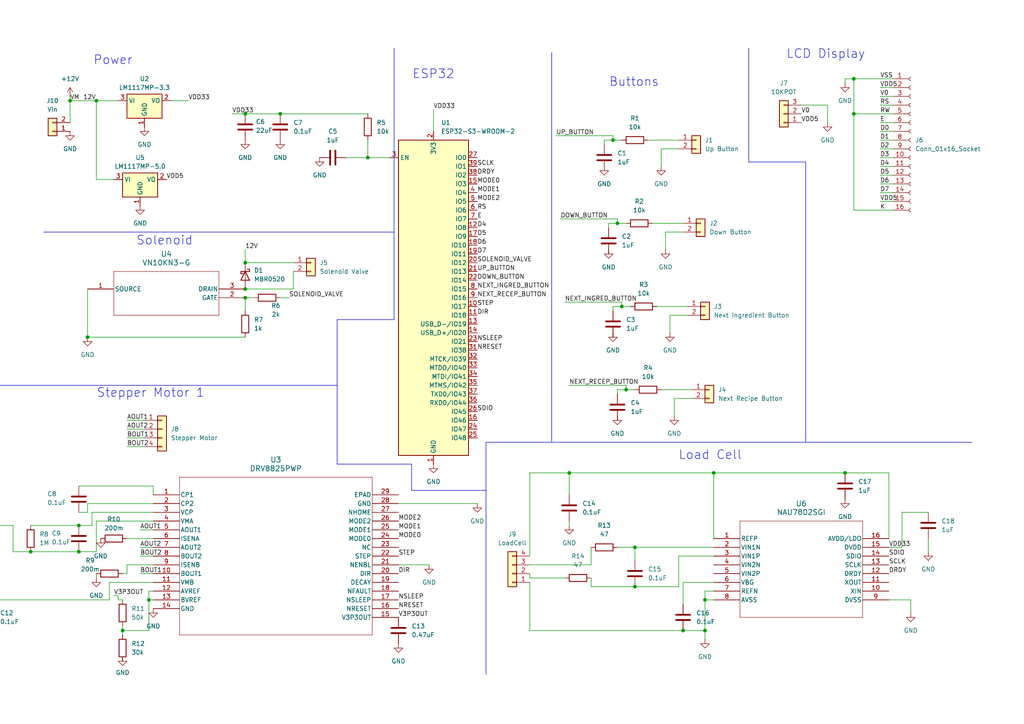
<source format=kicad_sch>
(kicad_sch (version 20231120) (generator "eeschema") (generator_version "8.0")
  (paper "A4")
  (lib_symbols
    (symbol "Connector:Conn_01x16_Socket" (pin_names (offset 1.016) hide)
      (property "Reference" "J" (at 0 20.32 0))
      (property "Value" "Conn_01x16_Socket" (at 0 -22.86 0))
      (symbol "Conn_01x16_Socket_1_1"
        (pin passive line (at -5.08 17.78 0) (length 3.81) (name "Pin_1") (number "1"))
        (pin passive line (at -5.08 -5.08 0) (length 3.81) (name "Pin_10") (number "10"))
        (pin passive line (at -5.08 -7.62 0) (length 3.81) (name "Pin_11") (number "11"))
        (pin passive line (at -5.08 -10.16 0) (length 3.81) (name "Pin_12") (number "12"))
        (pin passive line (at -5.08 -12.7 0) (length 3.81) (name "Pin_13") (number "13"))
        (pin passive line (at -5.08 -15.24 0) (length 3.81) (name "Pin_14") (number "14"))
        (pin passive line (at -5.08 -17.78 0) (length 3.81) (name "Pin_15") (number "15"))
        (pin passive line (at -5.08 -20.32 0) (length 3.81) (name "Pin_16") (number "16"))
        (pin passive line (at -5.08 15.24 0) (length 3.81) (name "Pin_2") (number "2"))
        (pin passive line (at -5.08 12.7 0) (length 3.81) (name "Pin_3") (number "3"))
        (pin passive line (at -5.08 10.16 0) (length 3.81) (name "Pin_4") (number "4"))
        (pin passive line (at -5.08 7.62 0) (length 3.81) (name "Pin_5") (number "5"))
        (pin passive line (at -5.08 5.08 0) (length 3.81) (name "Pin_6") (number "6"))
        (pin passive line (at -5.08 2.54 0) (length 3.81) (name "Pin_7") (number "7"))
        (pin passive line (at -5.08 0 0) (length 3.81) (name "Pin_8") (number "8"))
        (pin passive line (at -5.08 -2.54 0) (length 3.81) (name "Pin_9") (number "9"))
      )
    )
    (symbol "Connector_Generic:Conn_01x02" (pin_names (offset 1.016) hide)
      (property "Reference" "J" (at 0 2.54 0))
      (property "Value" "Conn_01x02" (at 0 -5.08 0))
      (symbol "Conn_01x02_1_1"
        (pin passive line (at -5.08 0 0) (length 3.81) (name "Pin_1") (number "1"))
        (pin passive line (at -5.08 -2.54 0) (length 3.81) (name "Pin_2") (number "2"))
      )
    )
    (symbol "Connector_Generic:Conn_01x03" (pin_names (offset 1.016) hide)
      (property "Reference" "J" (at 0 5.08 0))
      (property "Value" "Conn_01x03" (at 0 -5.08 0))
      (symbol "Conn_01x03_1_1"
        (pin passive line (at -5.08 2.54 0) (length 3.81) (name "Pin_1") (number "1"))
        (pin passive line (at -5.08 0 0) (length 3.81) (name "Pin_2") (number "2"))
        (pin passive line (at -5.08 -2.54 0) (length 3.81) (name "Pin_3") (number "3"))
      )
    )
    (symbol "Connector_Generic:Conn_01x04" (pin_names (offset 1.016) hide)
      (property "Reference" "J" (at 0 5.08 0))
      (property "Value" "Conn_01x04" (at 0 -7.62 0))
      (symbol "Conn_01x04_1_1"
        (pin passive line (at -5.08 2.54 0) (length 3.81) (name "Pin_1") (number "1"))
        (pin passive line (at -5.08 0 0) (length 3.81) (name "Pin_2") (number "2"))
        (pin passive line (at -5.08 -2.54 0) (length 3.81) (name "Pin_3") (number "3"))
        (pin passive line (at -5.08 -5.08 0) (length 3.81) (name "Pin_4") (number "4"))
      )
    )
    (symbol "DRV8825PWP:DRV8825PWP" (pin_names (offset 0.254))
      (property "Reference" "U" (at 35.56 10.16 0))
      (property "Value" "DRV8825PWP" (at 35.56 7.62 0))
      (symbol "DRV8825PWP_0_1"
        (pin bidirectional line (at 0 0 0) (length 7.62) (name "CP1") (number "1"))
        (pin output line (at 0 -22.86 0) (length 7.62) (name "BOUT1") (number "10"))
        (pin power_in line (at 0 -25.4 0) (length 7.62) (name "VMB") (number "11"))
        (pin input line (at 0 -27.94 0) (length 7.62) (name "AVREF") (number "12"))
        (pin input line (at 0 -30.48 0) (length 7.62) (name "BVREF") (number "13"))
        (pin power_in line (at 0 -33.02 0) (length 7.62) (name "GND") (number "14"))
        (pin output line (at 71.12 -35.56 180) (length 7.62) (name "V3P3OUT") (number "15"))
        (pin input line (at 71.12 -33.02 180) (length 7.62) (name "NRESET") (number "16"))
        (pin input line (at 71.12 -30.48 180) (length 7.62) (name "NSLEEP") (number "17"))
        (pin output line (at 71.12 -27.94 180) (length 7.62) (name "NFAULT") (number "18"))
        (pin input line (at 71.12 -25.4 180) (length 7.62) (name "DECAY") (number "19"))
        (pin bidirectional line (at 0 -2.54 0) (length 7.62) (name "CP2") (number "2"))
        (pin input line (at 71.12 -22.86 180) (length 7.62) (name "DIR") (number "20"))
        (pin input line (at 71.12 -20.32 180) (length 7.62) (name "NENBL") (number "21"))
        (pin input line (at 71.12 -17.78 180) (length 7.62) (name "STEP") (number "22"))
        (pin unspecified line (at 71.12 -15.24 180) (length 7.62) (name "NC") (number "23"))
        (pin input line (at 71.12 -12.7 180) (length 7.62) (name "MODE0") (number "24"))
        (pin input line (at 71.12 -10.16 180) (length 7.62) (name "MODE1") (number "25"))
        (pin input line (at 71.12 -7.62 180) (length 7.62) (name "MODE2") (number "26"))
        (pin output line (at 71.12 -5.08 180) (length 7.62) (name "NHOME") (number "27"))
        (pin power_in line (at 71.12 -2.54 180) (length 7.62) (name "GND") (number "28"))
        (pin unspecified line (at 71.12 0 180) (length 7.62) (name "EPAD") (number "29"))
        (pin bidirectional line (at 0 -5.08 0) (length 7.62) (name "VCP") (number "3"))
        (pin power_in line (at 0 -7.62 0) (length 7.62) (name "VMA") (number "4"))
        (pin output line (at 0 -10.16 0) (length 7.62) (name "AOUT1") (number "5"))
        (pin bidirectional line (at 0 -12.7 0) (length 7.62) (name "ISENA") (number "6"))
        (pin output line (at 0 -15.24 0) (length 7.62) (name "AOUT2") (number "7"))
        (pin output line (at 0 -17.78 0) (length 7.62) (name "BOUT2") (number "8"))
        (pin bidirectional line (at 0 -20.32 0) (length 7.62) (name "ISENB") (number "9"))
      )
    )
    (symbol "Device:C" (pin_numbers hide) (pin_names (offset 0.254))
      (property "Reference" "C" (at 0.635 2.54 0))
      (property "Value" "C" (at 0.635 -2.54 0))
      (symbol "C_1_1"
        (pin passive line (at 0 3.81 270) (length 2.794) (name "~") (number "1"))
        (pin passive line (at 0 -3.81 90) (length 2.794) (name "~") (number "2"))
      )
    )
    (symbol "Device:C_Polarized" (pin_numbers hide) (pin_names (offset 0.254))
      (property "Reference" "C" (at 0.635 2.54 0))
      (property "Value" "C_Polarized" (at 0.635 -2.54 0))
      (symbol "C_Polarized_1_1"
        (pin passive line (at 0 3.81 270) (length 2.794) (name "~") (number "1"))
        (pin passive line (at 0 -3.81 90) (length 2.794) (name "~") (number "2"))
      )
    )
    (symbol "Device:R" (pin_numbers hide) (pin_names (offset 0))
      (property "Reference" "R" (at 2.032 0 90))
      (property "Value" "R" (at 0 0 90))
      (symbol "R_1_1"
        (pin passive line (at 0 3.81 270) (length 1.27) (name "~") (number "1"))
        (pin passive line (at 0 -3.81 90) (length 1.27) (name "~") (number "2"))
      )
    )
    (symbol "Diode:MBR0520" (pin_numbers hide) (pin_names (offset 1.016) hide)
      (property "Reference" "D" (at 0 2.54 0))
      (property "Value" "MBR0520" (at 0 -2.54 0))
      (symbol "MBR0520_1_1"
        (pin passive line (at -3.81 0 0) (length 2.54) (name "K") (number "1"))
        (pin passive line (at 3.81 0 180) (length 2.54) (name "A") (number "2"))
      )
    )
    (symbol "NAU7802SGI:NAU7802SGI" (pin_names (offset 0.254))
      (property "Reference" "U" (at 25.4 10.16 0))
      (property "Value" "NAU7802SGI" (at 25.4 7.62 0))
      (symbol "NAU7802SGI_0_1"
        (pin unspecified line (at 0 0 0) (length 7.62) (name "REFP") (number "1"))
        (pin unspecified line (at 50.8 -15.24 180) (length 7.62) (name "XIN") (number "10"))
        (pin output line (at 50.8 -12.7 180) (length 7.62) (name "XOUT") (number "11"))
        (pin unspecified line (at 50.8 -10.16 180) (length 7.62) (name "DRDY") (number "12"))
        (pin unspecified line (at 50.8 -7.62 180) (length 7.62) (name "SCLK") (number "13"))
        (pin unspecified line (at 50.8 -5.08 180) (length 7.62) (name "SDIO") (number "14"))
        (pin power_in line (at 50.8 -2.54 180) (length 7.62) (name "DVDD") (number "15"))
        (pin power_in line (at 50.8 0 180) (length 7.62) (name "AVDD/LDO") (number "16"))
        (pin input line (at 0 -2.54 0) (length 7.62) (name "VIN1N") (number "2"))
        (pin input line (at 0 -5.08 0) (length 7.62) (name "VIN1P") (number "3"))
        (pin input line (at 0 -7.62 0) (length 7.62) (name "VIN2N") (number "4"))
        (pin input line (at 0 -10.16 0) (length 7.62) (name "VIN2P") (number "5"))
        (pin unspecified line (at 0 -12.7 0) (length 7.62) (name "VBG") (number "6"))
        (pin unspecified line (at 0 -15.24 0) (length 7.62) (name "REFN") (number "7"))
        (pin power_out line (at 0 -17.78 0) (length 7.62) (name "AVSS") (number "8"))
        (pin power_out line (at 50.8 -17.78 180) (length 7.62) (name "DVSS") (number "9"))
      )
    )
    (symbol "RF_Module:ESP32-S3-WROOM-2"
      (property "Reference" "U" (at -10.16 45.72 0))
      (property "Value" "ESP32-S3-WROOM-2" (at 2.54 45.72 0))
      (symbol "ESP32-S3-WROOM-2_1_1"
        (pin power_in line (at 0 -48.26 90) (length 2.54) (name "GND") (number "1"))
        (pin bidirectional line (at 12.7 -2.54 180) (length 2.54) (name "IO17") (number "10"))
        (pin bidirectional line (at 12.7 -5.08 180) (length 2.54) (name "IO18") (number "11"))
        (pin bidirectional line (at 12.7 20.32 180) (length 2.54) (name "IO8") (number "12"))
        (pin bidirectional line (at 12.7 -7.62 180) (length 2.54) (name "USB_D-/IO19") (number "13"))
        (pin bidirectional line (at 12.7 -10.16 180) (length 2.54) (name "USB_D+/IO20") (number "14"))
        (pin bidirectional line (at 12.7 33.02 180) (length 2.54) (name "IO3") (number "15"))
        (pin bidirectional line (at 12.7 -35.56 180) (length 2.54) (name "IO46") (number "16"))
        (pin bidirectional line (at 12.7 17.78 180) (length 2.54) (name "IO9") (number "17"))
        (pin bidirectional line (at 12.7 15.24 180) (length 2.54) (name "IO10") (number "18"))
        (pin bidirectional line (at 12.7 12.7 180) (length 2.54) (name "IO11") (number "19"))
        (pin power_in line (at 0 48.26 270) (length 2.54) (name "3V3") (number "2"))
        (pin bidirectional line (at 12.7 10.16 180) (length 2.54) (name "IO12") (number "20"))
        (pin bidirectional line (at 12.7 7.62 180) (length 2.54) (name "IO13") (number "21"))
        (pin bidirectional line (at 12.7 5.08 180) (length 2.54) (name "IO14") (number "22"))
        (pin bidirectional line (at 12.7 -12.7 180) (length 2.54) (name "IO21") (number "23"))
        (pin bidirectional line (at 12.7 -38.1 180) (length 2.54) (name "IO47") (number "24"))
        (pin bidirectional line (at 12.7 -40.64 180) (length 2.54) (name "IO48") (number "25"))
        (pin bidirectional line (at 12.7 -33.02 180) (length 2.54) (name "IO45") (number "26"))
        (pin bidirectional line (at 12.7 40.64 180) (length 2.54) (name "IO0") (number "27"))
        (pin no_connect line (at -10.16 -35.56 0) (length 2.54) hide (name "NC") (number "28"))
        (pin no_connect line (at -10.16 -38.1 0) (length 2.54) hide (name "NC") (number "29"))
        (pin input line (at -12.7 40.64 0) (length 2.54) (name "EN") (number "3"))
        (pin no_connect line (at -10.16 -40.64 0) (length 2.54) hide (name "NC") (number "30"))
        (pin bidirectional line (at 12.7 -15.24 180) (length 2.54) (name "IO38") (number "31"))
        (pin bidirectional line (at 12.7 -17.78 180) (length 2.54) (name "MTCK/IO39") (number "32"))
        (pin bidirectional line (at 12.7 -20.32 180) (length 2.54) (name "MTDO/IO40") (number "33"))
        (pin bidirectional line (at 12.7 -22.86 180) (length 2.54) (name "MTDI/IO41") (number "34"))
        (pin bidirectional line (at 12.7 -25.4 180) (length 2.54) (name "MTMS/IO42") (number "35"))
        (pin bidirectional line (at 12.7 -30.48 180) (length 2.54) (name "RXD0/IO44") (number "36"))
        (pin bidirectional line (at 12.7 -27.94 180) (length 2.54) (name "TXD0/IO43") (number "37"))
        (pin bidirectional line (at 12.7 35.56 180) (length 2.54) (name "IO2") (number "38"))
        (pin bidirectional line (at 12.7 38.1 180) (length 2.54) (name "IO1") (number "39"))
        (pin bidirectional line (at 12.7 30.48 180) (length 2.54) (name "IO4") (number "4"))
        (pin passive line (at 0 -48.26 90) (length 2.54) hide (name "GND") (number "40"))
        (pin passive line (at 0 -48.26 90) (length 2.54) hide (name "GND") (number "41"))
        (pin bidirectional line (at 12.7 27.94 180) (length 2.54) (name "IO5") (number "5"))
        (pin bidirectional line (at 12.7 25.4 180) (length 2.54) (name "IO6") (number "6"))
        (pin bidirectional line (at 12.7 22.86 180) (length 2.54) (name "IO7") (number "7"))
        (pin bidirectional line (at 12.7 2.54 180) (length 2.54) (name "IO15") (number "8"))
        (pin bidirectional line (at 12.7 0 180) (length 2.54) (name "IO16") (number "9"))
      )
    )
    (symbol "Regulator_Linear:LM1117MP-3.3"
      (property "Reference" "U" (at -3.81 3.175 0))
      (property "Value" "LM1117MP-3.3" (at 0 3.175 0))
      (symbol "LM1117MP-3.3_1_1"
        (pin power_in line (at 0 -7.62 90) (length 2.54) (name "GND") (number "1"))
        (pin power_out line (at 7.62 0 180) (length 2.54) (name "VO") (number "2"))
        (pin power_in line (at -7.62 0 0) (length 2.54) (name "VI") (number "3"))
      )
    )
    (symbol "Regulator_Linear:LM1117MP-5.0"
      (property "Reference" "U" (at -3.81 3.175 0))
      (property "Value" "LM1117MP-5.0" (at 0 3.175 0))
      (symbol "LM1117MP-5.0_1_1"
        (pin power_in line (at 0 -7.62 90) (length 2.54) (name "GND") (number "1"))
        (pin power_out line (at 7.62 0 180) (length 2.54) (name "VO") (number "2"))
        (pin power_in line (at -7.62 0 0) (length 2.54) (name "VI") (number "3"))
      )
    )
    (symbol "VN10KN3-G:VN10KN3-G" (pin_names (offset 0.254))
      (property "Reference" "U" (at 22.86 10.16 0))
      (property "Value" "VN10KN3-G" (at 22.86 7.62 0))
      (symbol "VN10KN3-G_0_1"
        (pin unspecified line (at 0 0 0) (length 7.62) (name "SOURCE") (number "1"))
        (pin unspecified line (at 45.72 -2.54 180) (length 7.62) (name "GATE") (number "2"))
        (pin unspecified line (at 45.72 0 180) (length 7.62) (name "DRAIN") (number "3"))
      )
    )
    (symbol "power:+12V" (power) (pin_numbers hide) (pin_names (offset 0) hide)
      (property "Value" "+12V" (at 0 3.556 0))
      (symbol "+12V_1_1"
        (pin power_in line (at 0 0 90) (length 0) (name "~") (number "1"))
      )
    )
    (symbol "power:GND" (power) (pin_numbers hide) (pin_names (offset 0) hide)
      (property "Value" "GND" (at 0 -3.81 0))
      (symbol "GND_1_1"
        (pin power_in line (at 0 0 270) (length 0) (name "~") (number "1"))
      )
    )
  )
  (junction (at 71.12 33.02))
  (junction (at 179.07 64.77))
  (junction (at 71.12 76.2))
  (junction (at 165.1 137.16))
  (junction (at 27.94 29.21))
  (junction (at -25.4 162.56))
  (junction (at 180.34 88.9))
  (junction (at 181.61 113.03))
  (junction (at 20.32 29.21))
  (junction (at 207.01 137.16))
  (junction (at 204.47 173.99))
  (junction (at 22.86 160.02))
  (junction (at 184.15 158.75))
  (junction (at 35.56 182.88))
  (junction (at 247.65 22.86))
  (junction (at 43.18 173.99))
  (junction (at -10.16 152.4))
  (junction (at 81.28 33.02))
  (junction (at -34.29 162.56))
  (junction (at 245.11 137.16))
  (junction (at 71.12 83.82))
  (junction (at -3.81 173.99))
  (junction (at 198.12 182.88))
  (junction (at 22.86 152.4))
  (junction (at 204.47 182.88))
  (junction (at 8.89 160.02))
  (junction (at 106.68 45.72))
  (junction (at 177.8 40.64))
  (junction (at 184.15 170.18))
  (junction (at 247.65 33.02))
  (junction (at 71.12 86.36))
  (junction (at 25.4 97.79))
  (wire (pts (xy 177.8 88.9) (xy 180.34 88.9)))
  (polyline (pts (xy 233.68 128.27) (xy 233.68 46.99)))
  (wire (pts (xy 25.4 148.59) (xy 22.86 148.59)))
  (wire (pts (xy 20.32 29.21) (xy 27.94 29.21)))
  (wire (pts (xy 26.67 152.4) (xy 26.67 148.59)))
  (wire (pts (xy 106.68 40.64) (xy 106.68 45.72)))
  (wire (pts (xy 255.27 35.56) (xy 259.08 35.56)))
  (wire (pts (xy 177.8 39.37) (xy 177.8 40.64)))
  (wire (pts (xy 177.8 88.9) (xy 177.8 90.17)))
  (polyline (pts (xy 140.97 142.24) (xy 119.38 142.24)))
  (wire (pts (xy 198.12 175.26) (xy 198.12 168.91)))
  (polyline (pts (xy 140.97 128.27) (xy 281.94 128.27)))
  (polyline (pts (xy -36.83 111.76) (xy 97.79 111.76)))
  (wire (pts (xy 153.67 182.88) (xy 153.67 168.91)))
  (wire (pts (xy 204.47 171.45) (xy 204.47 173.99)))
  (wire (pts (xy 207.01 137.16) (xy 245.11 137.16)))
  (wire (pts (xy 27.94 167.64) (xy 27.94 166.37)))
  (wire (pts (xy -34.29 162.56) (xy -25.4 162.56)))
  (polyline (pts (xy 119.38 134.62) (xy 97.79 134.62)))
  (wire (pts (xy 191.77 43.18) (xy 191.77 48.26)))
  (wire (pts (xy 85.09 83.82) (xy 71.12 83.82)))
  (wire (pts (xy 184.15 170.18) (xy 196.85 170.18)))
  (wire (pts (xy -3.81 173.99) (xy -3.81 175.26)))
  (wire (pts (xy 20.32 29.21) (xy 20.32 27.94)))
  (wire (pts (xy 49.53 29.21) (xy 54.61 29.21)))
  (wire (pts (xy 36.83 127) (xy 41.91 127)))
  (wire (pts (xy 43.18 171.45) (xy 43.18 173.99)))
  (wire (pts (xy 189.23 64.77) (xy 198.12 64.77)))
  (wire (pts (xy 264.16 173.99) (xy 264.16 177.8)))
  (wire (pts (xy 165.1 151.13) (xy 165.1 152.4)))
  (wire (pts (xy 31.75 173.99) (xy -3.81 173.99)))
  (wire (pts (xy 85.09 78.74) (xy 85.09 83.82)))
  (wire (pts (xy 124.46 163.83) (xy 115.57 163.83)))
  (wire (pts (xy 153.67 137.16) (xy 165.1 137.16)))
  (wire (pts (xy 247.65 60.96) (xy 247.65 33.02)))
  (wire (pts (xy 204.47 173.99) (xy 204.47 182.88)))
  (wire (pts (xy 255.27 55.88) (xy 259.08 55.88)))
  (wire (pts (xy 247.65 22.86) (xy 259.08 22.86)))
  (wire (pts (xy 44.45 143.51) (xy 44.45 140.97)))
  (wire (pts (xy 193.04 67.31) (xy 193.04 72.39)))
  (wire (pts (xy 35.56 182.88) (xy 35.56 184.15)))
  (wire (pts (xy 179.07 121.92) (xy 179.07 120.65)))
  (wire (pts (xy 22.86 152.4) (xy 26.67 152.4)))
  (wire (pts (xy 175.26 49.53) (xy 175.26 48.26)))
  (wire (pts (xy 257.81 173.99) (xy 264.16 173.99)))
  (wire (pts (xy 255.27 58.42) (xy 259.08 58.42)))
  (wire (pts (xy 176.53 64.77) (xy 179.07 64.77)))
  (wire (pts (xy 184.15 158.75) (xy 184.15 162.56)))
  (wire (pts (xy 194.31 91.44) (xy 194.31 96.52)))
  (wire (pts (xy 187.96 40.64) (xy 196.85 40.64)))
  (wire (pts (xy 71.12 76.2) (xy 85.09 76.2)))
  (wire (pts (xy 71.12 33.02) (xy 81.28 33.02)))
  (wire (pts (xy 245.11 22.86) (xy 247.65 22.86)))
  (wire (pts (xy 35.56 182.88) (xy 43.18 182.88)))
  (wire (pts (xy 36.83 156.21) (xy 44.45 156.21)))
  (wire (pts (xy -25.4 152.4) (xy -25.4 162.56)))
  (wire (pts (xy 200.66 115.57) (xy 195.58 115.57)))
  (wire (pts (xy 240.03 35.56) (xy 240.03 30.48)))
  (wire (pts (xy 165.1 111.76) (xy 181.61 111.76)))
  (wire (pts (xy 43.18 182.88) (xy 43.18 173.99)))
  (wire (pts (xy 40.64 166.37) (xy 44.45 166.37)))
  (wire (pts (xy 40.64 161.29) (xy 44.45 161.29)))
  (wire (pts (xy 8.89 152.4) (xy 22.86 152.4)))
  (wire (pts (xy 190.5 88.9) (xy 199.39 88.9)))
  (wire (pts (xy 247.65 60.96) (xy 259.08 60.96)))
  (wire (pts (xy 255.27 27.94) (xy 259.08 27.94)))
  (wire (pts (xy 8.89 160.02) (xy 22.86 160.02)))
  (wire (pts (xy 163.83 167.64) (xy 153.67 167.64)))
  (wire (pts (xy 26.67 148.59) (xy 44.45 148.59)))
  (wire (pts (xy 162.56 63.5) (xy 179.07 63.5)))
  (wire (pts (xy 36.83 124.46) (xy 41.91 124.46)))
  (wire (pts (xy 204.47 173.99) (xy 207.01 173.99)))
  (wire (pts (xy 35.56 166.37) (xy 36.83 166.37)))
  (wire (pts (xy 31.75 168.91) (xy 31.75 173.99)))
  (wire (pts (xy 184.15 158.75) (xy 207.01 158.75)))
  (wire (pts (xy 25.4 146.05) (xy 25.4 148.59)))
  (wire (pts (xy 179.07 63.5) (xy 179.07 64.77)))
  (wire (pts (xy 20.32 29.21) (xy 20.32 35.56)))
  (wire (pts (xy 255.27 25.4) (xy 259.08 25.4)))
  (wire (pts (xy 177.8 40.64) (xy 180.34 40.64)))
  (wire (pts (xy 240.03 30.48) (xy 232.41 30.48)))
  (wire (pts (xy 179.07 113.03) (xy 179.07 114.3)))
  (wire (pts (xy 198.12 168.91) (xy 207.01 168.91)))
  (wire (pts (xy 73.66 86.36) (xy 71.12 86.36)))
  (polyline (pts (xy 97.79 111.76) (xy 97.79 92.71)))
  (wire (pts (xy 36.83 121.92) (xy 41.91 121.92)))
  (wire (pts (xy 247.65 33.02) (xy 247.65 22.86)))
  (wire (pts (xy 196.85 161.29) (xy 207.01 161.29)))
  (wire (pts (xy 27.94 29.21) (xy 34.29 29.21)))
  (polyline (pts (xy 114.3 13.97) (xy 114.3 92.71)))
  (wire (pts (xy 204.47 182.88) (xy 204.47 185.42)))
  (wire (pts (xy 255.27 30.48) (xy 259.08 30.48)))
  (wire (pts (xy 100.33 45.72) (xy 106.68 45.72)))
  (wire (pts (xy 207.01 137.16) (xy 207.01 156.21)))
  (polyline (pts (xy 233.68 46.99) (xy 217.17 46.99)))
  (wire (pts (xy 34.29 173.99) (xy 35.56 173.99)))
  (wire (pts (xy 171.45 170.18) (xy 184.15 170.18)))
  (wire (pts (xy 257.81 137.16) (xy 245.11 137.16)))
  (wire (pts (xy 255.27 40.64) (xy 259.08 40.64)))
  (polyline (pts (xy 12.7 67.31) (xy 114.3 67.31)))
  (wire (pts (xy 153.67 163.83) (xy 171.45 163.83)))
  (wire (pts (xy 196.85 170.18) (xy 196.85 161.29)))
  (wire (pts (xy 175.26 40.64) (xy 177.8 40.64)))
  (wire (pts (xy 44.45 168.91) (xy 31.75 168.91)))
  (wire (pts (xy 175.26 40.64) (xy 175.26 41.91)))
  (wire (pts (xy 153.67 161.29) (xy 153.67 137.16)))
  (wire (pts (xy 177.8 97.79) (xy 177.8 96.52)))
  (wire (pts (xy 257.81 156.21) (xy 257.81 137.16)))
  (wire (pts (xy 34.29 172.72) (xy 34.29 173.99)))
  (wire (pts (xy 40.64 153.67) (xy 44.45 153.67)))
  (wire (pts (xy 44.45 171.45) (xy 43.18 171.45)))
  (wire (pts (xy 161.29 39.37) (xy 177.8 39.37)))
  (wire (pts (xy 261.62 158.75) (xy 257.81 158.75)))
  (wire (pts (xy 165.1 137.16) (xy 207.01 137.16)))
  (wire (pts (xy 191.77 113.03) (xy 200.66 113.03)))
  (polyline (pts (xy 97.79 134.62) (xy 97.79 111.76)))
  (wire (pts (xy 71.12 97.79) (xy 25.4 97.79)))
  (wire (pts (xy 71.12 90.17) (xy 71.12 86.36)))
  (wire (pts (xy 245.11 22.86) (xy 245.11 24.13)))
  (wire (pts (xy 163.83 87.63) (xy 180.34 87.63)))
  (wire (pts (xy 269.24 148.59) (xy 261.62 148.59)))
  (wire (pts (xy 179.07 64.77) (xy 181.61 64.77)))
  (wire (pts (xy 198.12 182.88) (xy 204.47 182.88)))
  (wire (pts (xy 36.83 166.37) (xy 36.83 163.83)))
  (wire (pts (xy 44.45 146.05) (xy 25.4 146.05)))
  (polyline (pts (xy 140.97 195.58) (xy 140.97 128.27)))
  (wire (pts (xy 81.28 33.02) (xy 106.68 33.02)))
  (wire (pts (xy 35.56 190.5) (xy 35.56 191.77)))
  (wire (pts (xy 180.34 88.9) (xy 182.88 88.9)))
  (wire (pts (xy -10.16 152.4) (xy 3.81 152.4)))
  (wire (pts (xy 3.81 152.4) (xy 3.81 160.02)))
  (wire (pts (xy 40.64 158.75) (xy 44.45 158.75)))
  (wire (pts (xy 138.43 146.05) (xy 115.57 146.05)))
  (wire (pts (xy 44.45 151.13) (xy 27.94 151.13)))
  (wire (pts (xy 269.24 156.21) (xy 269.24 160.02)))
  (wire (pts (xy 179.07 158.75) (xy 184.15 158.75)))
  (wire (pts (xy 247.65 33.02) (xy 259.08 33.02)))
  (wire (pts (xy 255.27 43.18) (xy 259.08 43.18)))
  (wire (pts (xy 33.02 172.72) (xy 34.29 172.72)))
  (polyline (pts (xy 217.17 13.97) (xy 217.17 46.99)))
  (wire (pts (xy 27.94 151.13) (xy 27.94 160.02)))
  (wire (pts (xy 81.28 86.36) (xy 83.82 86.36)))
  (wire (pts (xy 153.67 167.64) (xy 153.67 166.37)))
  (wire (pts (xy 35.56 181.61) (xy 35.56 182.88)))
  (wire (pts (xy 176.53 64.77) (xy 176.53 66.04)))
  (wire (pts (xy 67.31 33.02) (xy 71.12 33.02)))
  (wire (pts (xy 179.07 113.03) (xy 181.61 113.03)))
  (polyline (pts (xy 160.02 15.24) (xy 160.02 128.27)))
  (wire (pts (xy 255.27 38.1) (xy 259.08 38.1)))
  (wire (pts (xy 44.45 140.97) (xy 22.86 140.97)))
  (wire (pts (xy 171.45 170.18) (xy 171.45 167.64)))
  (wire (pts (xy 22.86 160.02) (xy 27.94 160.02)))
  (wire (pts (xy 195.58 115.57) (xy 195.58 120.65)))
  (wire (pts (xy 196.85 43.18) (xy 191.77 43.18)))
  (wire (pts (xy 255.27 50.8) (xy 259.08 50.8)))
  (wire (pts (xy 113.03 45.72) (xy 106.68 45.72)))
  (wire (pts (xy 176.53 73.66) (xy 176.53 72.39)))
  (wire (pts (xy 180.34 87.63) (xy 180.34 88.9)))
  (wire (pts (xy 255.27 53.34) (xy 259.08 53.34)))
  (polyline (pts (xy 97.79 92.71) (xy 114.3 92.71)))
  (wire (pts (xy 125.73 31.75) (xy 125.73 38.1)))
  (wire (pts (xy 27.94 52.07) (xy 33.02 52.07)))
  (wire (pts (xy 171.45 163.83) (xy 171.45 158.75)))
  (wire (pts (xy 207.01 171.45) (xy 204.47 171.45)))
  (wire (pts (xy -3.81 173.99) (xy -25.4 173.99)))
  (wire (pts (xy 27.94 29.21) (xy 27.94 52.07)))
  (wire (pts (xy 255.27 48.26) (xy 259.08 48.26)))
  (wire (pts (xy 3.81 160.02) (xy 8.89 160.02)))
  (wire (pts (xy 199.39 91.44) (xy 194.31 91.44)))
  (wire (pts (xy 198.12 182.88) (xy 153.67 182.88)))
  (wire (pts (xy 255.27 45.72) (xy 259.08 45.72)))
  (wire (pts (xy 25.4 97.79) (xy 25.4 83.82)))
  (wire (pts (xy -25.4 162.56) (xy -25.4 173.99)))
  (wire (pts (xy 165.1 137.16) (xy 165.1 143.51)))
  (wire (pts (xy 261.62 148.59) (xy 261.62 158.75)))
  (wire (pts (xy 71.12 72.39) (xy 71.12 76.2)))
  (wire (pts (xy 198.12 67.31) (xy 193.04 67.31)))
  (wire (pts (xy -25.4 152.4) (xy -10.16 152.4)))
  (wire (pts (xy 36.83 129.54) (xy 41.91 129.54)))
  (wire (pts (xy 181.61 113.03) (xy 184.15 113.03)))
  (wire (pts (xy 43.18 173.99) (xy 44.45 173.99)))
  (wire (pts (xy 36.83 163.83) (xy 44.45 163.83)))
  (polyline (pts (xy 119.38 142.24) (xy 119.38 134.62)))
  (wire (pts (xy -34.29 160.02) (xy -34.29 162.56)))
  (wire (pts (xy 181.61 111.76) (xy 181.61 113.03)))
  (text "Load Cell" (at 205.994 132.08 0) (effects (font (size 2.54 2.54))))
  (text "Power" (at 32.766 17.526 0) (effects (font (size 2.54 2.54))))
  (text "Stepper Motor 1" (at 43.688 114.046 0) (effects (font (size 2.54 2.54))))
  (text "ESP32" (at 125.73 21.59 0) (effects (font (size 2.54 2.54))))
  (text "Buttons" (at 183.896 23.876 0) (effects (font (size 2.54 2.54))))
  (text "LCD Display" (at 239.522 15.748 0) (effects (font (size 2.54 2.54))))
  (text "Solenoid" (at 47.752 69.85 0) (effects (font (size 2.54 2.54))))
  (label "DOWN_BUTTON" (at 162.56 63.5 0))
  (label "E" (at 255.27 35.56 0))
  (label "VDD5" (at 255.27 58.42 0))
  (label "DOWN_BUTTON" (at 138.43 81.28 0))
  (label "VM" (at 20.32 29.21 0))
  (label "12V" (at 24.13 29.21 0))
  (label "RS" (at 255.27 30.48 0))
  (label "MODE1" (at 138.43 55.88 0))
  (label "V3P3OUT" (at 33.02 172.72 0))
  (label "VDD5" (at 255.27 25.4 0))
  (label "NRESET" (at 115.57 176.53 0))
  (label "MODE2" (at 115.57 151.13 0))
  (label "SOLENOID_VALVE" (at 138.43 76.2 0))
  (label "12V" (at 71.12 72.39 0))
  (label "STEP" (at 138.43 88.9 0))
  (label "STEP" (at 115.57 161.29 0))
  (label "MODE0" (at 138.43 53.34 0))
  (label "D2" (at 255.27 43.18 0))
  (label "VDD33" (at 125.73 31.75 0))
  (label "NSLEEP" (at 138.43 99.06 0))
  (label "NEXT_INGRED_BUTTON" (at 163.83 87.63 0))
  (label "VDD33" (at 54.61 29.21 0))
  (label "NEXT_INGRED_BUTTON" (at 138.43 83.82 0))
  (label "K" (at 255.27 60.96 0))
  (label "DIR" (at 115.57 166.37 0))
  (label "MODE0" (at 115.57 156.21 0))
  (label "E" (at 138.43 63.5 0))
  (label "VDD5" (at 48.26 52.07 0))
  (label "AOUT2" (at 40.64 158.75 0))
  (label "AOUT1" (at 36.83 121.92 0))
  (label "UP_BUTTON" (at 161.29 39.37 0))
  (label "V3P3OUT" (at 115.57 179.07 0))
  (label "VM" (at -34.29 160.02 0))
  (label "D0" (at 255.27 38.1 0))
  (label "MODE1" (at 115.57 153.67 0))
  (label "RW" (at 255.27 33.02 0))
  (label "NEXT_RECEP_BUTTON" (at 165.1 111.76 0))
  (label "V0" (at 232.41 33.02 0))
  (label "BOUT2" (at 40.64 161.29 0))
  (label "D4" (at 138.43 66.04 0))
  (label "VDD33" (at 257.81 158.75 0))
  (label "D6" (at 138.43 71.12 0))
  (label "BOUT1" (at 36.83 127 0))
  (label "NEXT_RECEP_BUTTON" (at 138.43 86.36 0))
  (label "VDD33" (at 67.31 33.02 0))
  (label "D7" (at 138.43 73.66 0))
  (label "UP_BUTTON" (at 138.43 78.74 0))
  (label "D5" (at 255.27 50.8 0))
  (label "DRDY" (at 138.43 50.8 0))
  (label "V0" (at 255.27 27.94 0))
  (label "DIR" (at 138.43 91.44 0))
  (label "BOUT1" (at 40.64 166.37 0))
  (label "SDIO" (at 257.81 161.29 0))
  (label "D1" (at 255.27 40.64 0))
  (label "VSS" (at 255.27 22.86 0))
  (label "NRESET" (at 138.43 101.6 0))
  (label "AOUT2" (at 36.83 124.46 0))
  (label "BOUT2" (at 36.83 129.54 0))
  (label "AOUT1" (at 40.64 153.67 0))
  (label "NSLEEP" (at 115.57 173.99 0))
  (label "MODE2" (at 138.43 58.42 0))
  (label "SCLK" (at 138.43 48.26 0))
  (label "SCLK" (at 257.81 163.83 0))
  (label "D7" (at 255.27 55.88 0))
  (label "SDIO" (at 138.43 119.38 0))
  (label "SOLENOID_VALVE" (at 83.82 86.36 0))
  (label "D4" (at 255.27 48.26 0))
  (label "D5" (at 138.43 68.58 0))
  (label "VDD5" (at 232.41 35.56 0))
  (label "RS" (at 138.43 60.96 0))
  (label "D6" (at 255.27 53.34 0))
  (label "DRDY" (at 257.81 166.37 0))
  (label "D3" (at 255.27 45.72 0))
  (symbol (lib_id "Device:R") (at 185.42 64.77 90) (unit 1)
    (property "Reference" "R2" (at 185.42 58.42 90))
    (property "Value" "10k" (at 185.42 60.96 90))
    (property "Description" "Resistor" (effects (hide yes)))
  )
  (symbol (lib_id "Device:R") (at 8.89 156.21 0) (unit 1)
    (property "Reference" "R8" (at 11.43 154.9399 0) (effects (justify left)))
    (property "Value" "1M" (at 11.43 157.4799 0) (effects (justify left)))
    (property "Description" "Resistor" (effects (hide yes)))
  )
  (symbol (lib_id "power:GND") (at -34.29 170.18 0) (unit 1)
    (property "Reference" "#PWR020" (effects (hide yes)))
    (property "Value" "GND" (at -34.29 175.26 0))
    (property "Description" "Power symbol creates a global label with name \"GND\" , ground" (effects (hide yes)))
  )
  (symbol (lib_id "Device:C") (at 177.8 93.98 0) (unit 1)
    (property "Reference" "C3" (at 181.61 92.7099 0) (effects (justify left)))
    (property "Value" "1uF" (at 181.61 95.2499 0) (effects (justify left)))
    (property "Description" "Unpolarized capacitor" (effects (hide yes)))
  )
  (symbol (lib_id "Device:C") (at 81.28 36.83 0) (unit 1)
    (property "Reference" "C7" (at 85.09 35.5599 0) (effects (justify left)))
    (property "Value" "0.1uF" (at 85.09 38.0999 0) (effects (justify left)))
    (property "Description" "Unpolarized capacitor" (effects (hide yes)))
  )
  (symbol (lib_id "power:GND") (at 29.21 156.21 0) (unit 1)
    (property "Reference" "#PWR023" (effects (hide yes)))
    (property "Value" "GND" (at 29.21 161.29 0))
    (property "Description" "Power symbol creates a global label with name \"GND\" , ground" (effects (hide yes)))
  )
  (symbol (lib_id "power:GND") (at 92.71 45.72 0) (unit 1)
    (property "Reference" "#PWR012" (effects (hide yes)))
    (property "Value" "GND" (at 92.71 50.8 0))
    (property "Description" "Power symbol creates a global label with name \"GND\" , ground" (effects (hide yes)))
  )
  (symbol (lib_id "power:GND") (at 35.56 190.5 0) (unit 1)
    (property "Reference" "#PWR024" (effects (hide yes)))
    (property "Value" "GND" (at 35.56 195.072 0))
    (property "Description" "Power symbol creates a global label with name \"GND\" , ground" (effects (hide yes)))
  )
  (symbol (lib_id "Regulator_Linear:LM1117MP-5.0") (at 40.64 52.07 0) (unit 1)
    (property "Reference" "U5" (at 40.64 45.72 0))
    (property "Value" "LM1117MP-5.0" (at 40.64 48.26 0))
    (property "Footprint" "Package_TO_SOT_SMD:SOT-223-3_TabPin2" (effects (hide yes)))
    (property "Datasheet" "http://www.ti.com/lit/ds/symlink/lm1117.pdf" (effects (hide yes)))
    (property "Description" "800mA Low-Dropout Linear Regulator, 5.0V fixed output, SOT-223" (effects (hide yes)))
  )
  (symbol (lib_id "power:GND") (at -3.81 182.88 0) (unit 1)
    (property "Reference" "#PWR021" (effects (hide yes)))
    (property "Value" "GND" (at -3.81 187.96 0))
    (property "Description" "Power symbol creates a global label with name \"GND\" , ground" (effects (hide yes)))
  )
  (symbol (lib_id "Device:C") (at 165.1 147.32 0) (unit 1)
    (property "Reference" "C14" (at 168.91 146.0499 0) (effects (justify left)))
    (property "Value" "0.1uF" (at 168.91 148.5899 0) (effects (justify left)))
    (property "Description" "Unpolarized capacitor" (effects (hide yes)))
  )
  (symbol (lib_id "Connector_Generic:Conn_01x04") (at 148.59 166.37 180) (unit 1)
    (property "Reference" "J9" (at 148.59 154.94 0))
    (property "Value" "LoadCell" (at 148.59 157.48 0))
    (property "Description" "Generic connector, single row, 01x04, script generated (kicad-library-utils/schlib/autogen/connector/)" (effects (hide yes)))
  )
  (symbol (lib_id "power:GND") (at 194.31 96.52 0) (unit 1)
    (property "Reference" "#PWR06" (effects (hide yes)))
    (property "Value" "GND" (at 194.31 101.6 0))
    (property "Description" "Power symbol creates a global label with name \"GND\" , ground" (effects (hide yes)))
  )
  (symbol (lib_id "power:GND") (at 269.24 160.02 0) (unit 1)
    (property "Reference" "#PWR033" (effects (hide yes)))
    (property "Value" "GND" (at 269.24 165.1 0))
    (property "Description" "Power symbol creates a global label with name \"GND\" , ground" (effects (hide yes)))
  )
  (symbol (lib_id "power:GND") (at 25.4 97.79 0) (unit 1)
    (property "Reference" "#PWR015" (effects (hide yes)))
    (property "Value" "GND" (at 25.4 102.87 0))
    (property "Description" "Power symbol creates a global label with name \"GND\" , ground" (effects (hide yes)))
  )
  (symbol (lib_id "power:GND") (at 204.47 185.42 0) (unit 1)
    (property "Reference" "#PWR030" (effects (hide yes)))
    (property "Value" "GND" (at 204.47 190.5 0))
    (property "Description" "Power symbol creates a global label with name \"GND\" , ground" (effects (hide yes)))
  )
  (symbol (lib_id "Device:C") (at 179.07 118.11 0) (unit 1)
    (property "Reference" "C4" (at 182.88 116.8399 0) (effects (justify left)))
    (property "Value" "1uF" (at 182.88 119.3799 0) (effects (justify left)))
    (property "Description" "Unpolarized capacitor" (effects (hide yes)))
  )
  (symbol (lib_id "power:GND") (at 177.8 96.52 0) (unit 1)
    (property "Reference" "#PWR05" (effects (hide yes)))
    (property "Value" "GND" (at 177.8 101.6 0))
    (property "Description" "Power symbol creates a global label with name \"GND\" , ground" (effects (hide yes)))
  )
  (symbol (lib_id "power:GND") (at 124.46 163.83 0) (unit 1)
    (property "Reference" "#PWR028" (effects (hide yes)))
    (property "Value" "GND" (at 124.46 168.91 0))
    (property "Description" "Power symbol creates a global label with name \"GND\" , ground" (effects (hide yes)))
  )
  (symbol (lib_id "RF_Module:ESP32-S3-WROOM-2") (at 125.73 86.36 0) (unit 1)
    (property "Reference" "U1" (at 127.9241 35.56 0) (effects (justify left)))
    (property "Value" "ESP32-S3-WROOM-2" (at 127.9241 38.1 0) (effects (justify left)))
    (property "Footprint" "RF_Module:ESP32-S3-WROOM-2" (effects (hide yes)))
    (property "Datasheet" "https://www.espressif.com/sites/default/files/documentation/esp32-s3-wroom-2_datasheet_en.pdf" (effects (hide yes)))
    (property "Description" "RF Module, 2.4 GHz, Wi­-Fi, Bluetooth, BLE, ESP32­-S3R8V" (effects (hide yes)))
  )
  (symbol (lib_id "NAU7802SGI:NAU7802SGI") (at 207.01 156.21 0) (unit 1)
    (property "Reference" "U6" (at 232.41 146.05 0) (effects (font (size 1.524 1.524))))
    (property "Value" "NAU7802SGI" (at 232.41 148.59 0) (effects (font (size 1.524 1.524))))
    (property "Footprint" "SOI16_NAU7802SGI_NUV" (effects (hide yes)))
    (property "Datasheet" "NAU7802SGI" (effects (hide yes)))
  )
  (symbol (lib_id "Device:C") (at 96.52 45.72 90) (unit 1)
    (property "Reference" "C5" (at 96.52 38.1 90))
    (property "Value" "1uF" (at 96.52 40.64 90))
    (property "Description" "Unpolarized capacitor" (effects (hide yes)))
  )
  (symbol (lib_id "power:GND") (at 193.04 72.39 0) (unit 1)
    (property "Reference" "#PWR04" (effects (hide yes)))
    (property "Value" "GND" (at 193.04 77.47 0))
    (property "Description" "Power symbol creates a global label with name \"GND\" , ground" (effects (hide yes)))
  )
  (symbol (lib_id "power:GND") (at 44.45 176.53 0) (unit 1)
    (property "Reference" "#PWR025" (effects (hide yes)))
    (property "Value" "GND" (at 44.45 181.61 0))
    (property "Description" "Power symbol creates a global label with name \"GND\" , ground" (effects (hide yes)))
  )
  (symbol (lib_id "Device:C") (at 269.24 152.4 0) (unit 1)
    (property "Reference" "C18" (at 273.05 151.1299 0) (effects (justify left)))
    (property "Value" "1uF" (at 273.05 153.6699 0) (effects (justify left)))
    (property "Description" "Unpolarized capacitor" (effects (hide yes)))
  )
  (symbol (lib_id "Device:R") (at 106.68 36.83 0) (unit 1)
    (property "Reference" "R5" (at 109.22 35.5599 0) (effects (justify left)))
    (property "Value" "10k" (at 109.22 38.0999 0) (effects (justify left)))
    (property "Description" "Resistor" (effects (hide yes)))
  )
  (symbol (lib_id "Device:C") (at -10.16 156.21 0) (unit 1)
    (property "Reference" "C10" (at -6.35 154.9399 0) (effects (justify left)))
    (property "Value" "0.1uF" (at -6.35 157.4799 0) (effects (justify left)))
    (property "Description" "Unpolarized capacitor" (effects (hide yes)))
  )
  (symbol (lib_id "power:GND") (at 27.94 167.64 0) (unit 1)
    (property "Reference" "#PWR022" (effects (hide yes)))
    (property "Value" "GND" (at 27.94 172.72 0))
    (property "Description" "Power symbol creates a global label with name \"GND\" , ground" (effects (hide yes)))
  )
  (symbol (lib_id "Device:C") (at 22.86 144.78 0) (unit 1)
    (property "Reference" "C8" (at 13.716 143.256 0) (effects (justify left)))
    (property "Value" "0.1uF" (at 13.716 145.796 0) (effects (justify left)))
    (property "Description" "Unpolarized capacitor" (effects (hide yes)))
  )
  (symbol (lib_id "DRV8825PWP:DRV8825PWP") (at 44.45 143.51 0) (unit 1)
    (property "Reference" "U3" (at 80.01 133.35 0) (effects (font (size 1.524 1.524))))
    (property "Value" "DRV8825PWP" (at 80.01 135.89 0) (effects (font (size 1.524 1.524))))
    (property "Footprint" "PWP28_5P18X3P1" (effects (hide yes)))
    (property "Datasheet" "DRV8825PWP" (effects (hide yes)))
  )
  (symbol (lib_id "power:GND") (at 245.11 24.13 0) (unit 1)
    (property "Reference" "#PWR016" (effects (hide yes)))
    (property "Value" "GND" (at 245.11 29.21 0))
    (property "Description" "Power symbol creates a global label with name \"GND\" , ground" (effects (hide yes)))
  )
  (symbol (lib_id "Connector_Generic:Conn_01x02") (at 201.93 40.64 0) (unit 1)
    (property "Reference" "J1" (at 204.47 40.6399 0) (effects (justify left)))
    (property "Value" "Up Button" (at 204.47 43.1799 0) (effects (justify left)))
    (property "Description" "Generic connector, single row, 01x02, script generated (kicad-library-utils/schlib/autogen/connector/)" (effects (hide yes)))
  )
  (symbol (lib_id "Device:R") (at 71.12 93.98 0) (unit 1)
    (property "Reference" "R7" (at 73.66 92.7099 0) (effects (justify left)))
    (property "Value" "1k" (at 73.66 95.2499 0) (effects (justify left)))
    (property "Description" "Resistor" (effects (hide yes)))
  )
  (symbol (lib_id "Connector_Generic:Conn_01x04") (at 46.99 124.46 0) (unit 1)
    (property "Reference" "J8" (at 49.53 124.4599 0) (effects (justify left)))
    (property "Value" "Stepper Motor" (at 49.53 126.9999 0) (effects (justify left)))
    (property "Description" "Generic connector, single row, 01x04, script generated (kicad-library-utils/schlib/autogen/connector/)" (effects (hide yes)))
  )
  (symbol (lib_id "power:+12V") (at 20.32 27.94 0) (unit 1)
    (property "Reference" "#PWR010" (effects (hide yes)))
    (property "Value" "+12V" (at 20.32 22.86 0))
    (property "Description" "Power symbol creates a global label with name \"+12V\"" (effects (hide yes)))
  )
  (symbol (lib_id "power:GND") (at 71.12 40.64 0) (unit 1)
    (property "Reference" "#PWR013" (effects (hide yes)))
    (property "Value" "GND" (at 71.12 45.72 0))
    (property "Description" "Power symbol creates a global label with name \"GND\" , ground" (effects (hide yes)))
  )
  (symbol (lib_id "Device:C") (at -3.81 179.07 0) (unit 1)
    (property "Reference" "C12" (at 0 177.7999 0) (effects (justify left)))
    (property "Value" "0.1uF" (at 0 180.3399 0) (effects (justify left)))
    (property "Description" "Unpolarized capacitor" (effects (hide yes)))
  )
  (symbol (lib_id "power:GND") (at 40.64 59.69 0) (unit 1)
    (property "Reference" "#PWR017" (effects (hide yes)))
    (property "Value" "GND" (at 40.64 64.77 0))
    (property "Description" "Power symbol creates a global label with name \"GND\" , ground" (effects (hide yes)))
  )
  (symbol (lib_id "power:GND") (at 191.77 48.26 0) (unit 1)
    (property "Reference" "#PWR02" (effects (hide yes)))
    (property "Value" "GND" (at 191.77 53.34 0))
    (property "Description" "Power symbol creates a global label with name \"GND\" , ground" (effects (hide yes)))
  )
  (symbol (lib_id "Device:R") (at 77.47 86.36 90) (unit 1)
    (property "Reference" "R6" (at 80.01 88.646 90))
    (property "Value" "2k" (at 80.01 91.186 90))
    (property "Description" "Resistor" (effects (hide yes)))
  )
  (symbol (lib_id "Device:R") (at 167.64 167.64 90) (unit 1)
    (property "Reference" "R14" (at 167.64 161.29 90))
    (property "Value" "47" (at 167.64 163.83 90))
    (property "Description" "Resistor" (effects (hide yes)))
  )
  (symbol (lib_id "power:GND") (at 179.07 120.65 0) (unit 1)
    (property "Reference" "#PWR07" (effects (hide yes)))
    (property "Value" "GND" (at 179.07 125.73 0))
    (property "Description" "Power symbol creates a global label with name \"GND\" , ground" (effects (hide yes)))
  )
  (symbol (lib_id "power:GND") (at 195.58 120.65 0) (unit 1)
    (property "Reference" "#PWR08" (effects (hide yes)))
    (property "Value" "GND" (at 195.58 125.73 0))
    (property "Description" "Power symbol creates a global label with name \"GND\" , ground" (effects (hide yes)))
  )
  (symbol (lib_id "Device:C") (at 115.57 182.88 0) (unit 1)
    (property "Reference" "C13" (at 119.38 181.6099 0) (effects (justify left)))
    (property "Value" "0.47uF" (at 119.38 184.1499 0) (effects (justify left)))
    (property "Description" "Unpolarized capacitor" (effects (hide yes)))
  )
  (symbol (lib_id "Device:R") (at 31.75 166.37 90) (unit 1)
    (property "Reference" "R9" (at 26.162 162.56 90))
    (property "Value" "200m" (at 26.162 165.1 90))
    (property "Description" "Resistor" (effects (hide yes)))
  )
  (symbol (lib_id "Device:C") (at 71.12 36.83 0) (unit 1)
    (property "Reference" "C6" (at 74.168 35.306 0) (effects (justify left)))
    (property "Value" "22uF" (at 74.168 37.846 0) (effects (justify left)))
    (property "Description" "Unpolarized capacitor" (effects (hide yes)))
  )
  (symbol (lib_id "Device:R") (at 187.96 113.03 90) (unit 1)
    (property "Reference" "R4" (at 187.96 106.68 90))
    (property "Value" "10k" (at 187.96 109.22 90))
    (property "Description" "Resistor" (effects (hide yes)))
  )
  (symbol (lib_id "Device:C") (at 176.53 69.85 0) (unit 1)
    (property "Reference" "C2" (at 180.34 68.5799 0) (effects (justify left)))
    (property "Value" "1uF" (at 180.34 71.1199 0) (effects (justify left)))
    (property "Description" "Unpolarized capacitor" (effects (hide yes)))
  )
  (symbol (lib_id "Connector_Generic:Conn_01x02") (at 90.17 76.2 0) (unit 1)
    (property "Reference" "J5" (at 92.71 76.1999 0) (effects (justify left)))
    (property "Value" "Solenoid Valve" (at 92.71 78.7399 0) (effects (justify left)))
    (property "Description" "Generic connector, single row, 01x02, script generated (kicad-library-utils/schlib/autogen/connector/)" (effects (hide yes)))
  )
  (symbol (lib_id "power:GND") (at 240.03 35.56 0) (unit 1)
    (property "Reference" "#PWR018" (effects (hide yes)))
    (property "Value" "GND" (at 240.03 40.64 0))
    (property "Description" "Power symbol creates a global label with name \"GND\" , ground" (effects (hide yes)))
  )
  (symbol (lib_id "power:GND") (at 264.16 177.8 0) (unit 1)
    (property "Reference" "#PWR032" (effects (hide yes)))
    (property "Value" "GND" (at 264.16 182.88 0))
    (property "Description" "Power symbol creates a global label with name \"GND\" , ground" (effects (hide yes)))
  )
  (symbol (lib_id "Connector_Generic:Conn_01x02") (at 204.47 88.9 0) (unit 1)
    (property "Reference" "J3" (at 207.01 88.8999 0) (effects (justify left)))
    (property "Value" "Next Ingredient Button" (at 207.01 91.4399 0) (effects (justify left)))
    (property "Description" "Generic connector, single row, 01x02, script generated (kicad-library-utils/schlib/autogen/connector/)" (effects (hide yes)))
  )
  (symbol (lib_id "Regulator_Linear:LM1117MP-3.3") (at 41.91 29.21 0) (unit 1)
    (property "Reference" "U2" (at 41.91 22.86 0))
    (property "Value" "LM1117MP-3.3" (at 41.91 25.4 0))
    (property "Footprint" "Package_TO_SOT_SMD:SOT-223-3_TabPin2" (effects (hide yes)))
    (property "Datasheet" "http://www.ti.com/lit/ds/symlink/lm1117.pdf" (effects (hide yes)))
    (property "Description" "800mA Low-Dropout Linear Regulator, 3.3V fixed output, SOT-223" (effects (hide yes)))
  )
  (symbol (lib_id "power:GND") (at 176.53 72.39 0) (unit 1)
    (property "Reference" "#PWR03" (effects (hide yes)))
    (property "Value" "GND" (at 176.53 77.47 0))
    (property "Description" "Power symbol creates a global label with name \"GND\" , ground" (effects (hide yes)))
  )
  (symbol (lib_id "power:GND") (at 41.91 36.83 0) (unit 1)
    (property "Reference" "#PWR09" (effects (hide yes)))
    (property "Value" "GND" (at 41.91 41.91 0))
    (property "Description" "Power symbol creates a global label with name \"GND\" , ground" (effects (hide yes)))
  )
  (symbol (lib_id "Device:R") (at 175.26 158.75 90) (unit 1)
    (property "Reference" "R13" (at 175.26 152.4 90))
    (property "Value" "47" (at 175.26 154.94 90))
    (property "Description" "Resistor" (effects (hide yes)))
  )
  (symbol (lib_id "power:GND") (at 125.73 134.62 0) (unit 1)
    (property "Reference" "#PWR011" (effects (hide yes)))
    (property "Value" "GND" (at 125.73 139.7 0))
    (property "Description" "Power symbol creates a global label with name \"GND\" , ground" (effects (hide yes)))
  )
  (symbol (lib_id "power:GND") (at 165.1 152.4 0) (unit 1)
    (property "Reference" "#PWR029" (effects (hide yes)))
    (property "Value" "GND" (at 165.1 157.48 0))
    (property "Description" "Power symbol creates a global label with name \"GND\" , ground" (effects (hide yes)))
  )
  (symbol (lib_id "Device:R") (at 35.56 187.96 0) (unit 1)
    (property "Reference" "R12" (at 38.1 186.6899 0) (effects (justify left)))
    (property "Value" "30k" (at 38.1 189.2299 0) (effects (justify left)))
    (property "Description" "Resistor" (effects (hide yes)))
  )
  (symbol (lib_id "Device:C") (at 245.11 140.97 0) (unit 1)
    (property "Reference" "C17" (at 248.92 139.6999 0) (effects (justify left)))
    (property "Value" "1uF" (at 248.92 142.2399 0) (effects (justify left)))
    (property "Description" "Unpolarized capacitor" (effects (hide yes)))
  )
  (symbol (lib_id "Device:C_Polarized") (at -34.29 166.37 0) (unit 1)
    (property "Reference" "C11" (at -31.496 164.846 0) (effects (justify left)))
    (property "Value" "100uF" (at -31.496 167.386 0) (effects (justify left)))
    (property "Description" "Polarized capacitor" (effects (hide yes)))
  )
  (symbol (lib_id "Connector_Generic:Conn_01x02") (at 205.74 113.03 0) (unit 1)
    (property "Reference" "J4" (at 208.28 113.0299 0) (effects (justify left)))
    (property "Value" "Next Recipe Button" (at 208.28 115.5699 0) (effects (justify left)))
    (property "Description" "Generic connector, single row, 01x02, script generated (kicad-library-utils/schlib/autogen/connector/)" (effects (hide yes)))
  )
  (symbol (lib_id "Device:C") (at 22.86 156.21 0) (unit 1)
    (property "Reference" "C9" (at 14.986 154.686 0) (effects (justify left)))
    (property "Value" "0.1uF" (at 14.986 157.226 0) (effects (justify left)))
    (property "Description" "Unpolarized capacitor" (effects (hide yes)))
  )
  (symbol (lib_id "power:GND") (at 81.28 40.64 0) (unit 1)
    (property "Reference" "#PWR014" (effects (hide yes)))
    (property "Value" "GND" (at 81.28 45.72 0))
    (property "Description" "Power symbol creates a global label with name \"GND\" , ground" (effects (hide yes)))
  )
  (symbol (lib_id "power:GND") (at 245.11 144.78 0) (unit 1)
    (property "Reference" "#PWR031" (effects (hide yes)))
    (property "Value" "GND" (at 245.11 149.86 0))
    (property "Description" "Power symbol creates a global label with name \"GND\" , ground" (effects (hide yes)))
  )
  (symbol (lib_id "Connector_Generic:Conn_01x03") (at 227.33 33.02 180) (unit 1)
    (property "Reference" "J7" (at 227.33 24.13 0))
    (property "Value" "10KPOT" (at 227.33 26.67 0))
    (property "Description" "Generic connector, single row, 01x03, script generated (kicad-library-utils/schlib/autogen/connector/)" (effects (hide yes)))
  )
  (symbol (lib_id "power:GND") (at -10.16 160.02 0) (unit 1)
    (property "Reference" "#PWR019" (effects (hide yes)))
    (property "Value" "GND" (at -10.16 165.1 0))
    (property "Description" "Power symbol creates a global label with name \"GND\" , ground" (effects (hide yes)))
  )
  (symbol (lib_id "Device:C") (at 184.15 166.37 0) (unit 1)
    (property "Reference" "C15" (at 187.96 165.0999 0) (effects (justify left)))
    (property "Value" "0.1uF" (at 187.96 167.6399 0) (effects (justify left)))
    (property "Description" "Unpolarized capacitor" (effects (hide yes)))
  )
  (symbol (lib_id "Connector_Generic:Conn_01x02") (at 15.24 38.1 180) (unit 1)
    (property "Reference" "J10" (at 15.24 29.21 0))
    (property "Value" "Vin" (at 15.24 31.75 0))
    (property "Description" "Generic connector, single row, 01x02, script generated (kicad-library-utils/schlib/autogen/connector/)" (effects (hide yes)))
  )
  (symbol (lib_id "VN10KN3-G:VN10KN3-G") (at 25.4 83.82 0) (unit 1)
    (property "Reference" "U4" (at 48.26 73.66 0) (effects (font (size 1.524 1.524))))
    (property "Value" "VN10KN3-G" (at 48.26 76.2 0) (effects (font (size 1.524 1.524))))
    (property "Footprint" "TO-92_MC_MCH" (effects (hide yes)))
    (property "Datasheet" "VN10KN3-G" (effects (hide yes)))
  )
  (symbol (lib_id "Device:R") (at 184.15 40.64 90) (unit 1)
    (property "Reference" "R1" (at 184.15 34.29 90))
    (property "Value" "10k" (at 184.15 36.83 90))
    (property "Description" "Resistor" (effects (hide yes)))
  )
  (symbol (lib_id "Device:C") (at 198.12 179.07 0) (unit 1)
    (property "Reference" "C16" (at 201.93 177.7999 0) (effects (justify left)))
    (property "Value" "0.1uF" (at 201.93 180.3399 0) (effects (justify left)))
    (property "Description" "Unpolarized capacitor" (effects (hide yes)))
  )
  (symbol (lib_id "Device:R") (at 35.56 177.8 0) (unit 1)
    (property "Reference" "R11" (at 38.1 176.5299 0) (effects (justify left)))
    (property "Value" "50k" (at 38.1 179.0699 0) (effects (justify left)))
    (property "Description" "Resistor" (effects (hide yes)))
  )
  (symbol (lib_id "power:GND") (at 138.43 146.05 0) (unit 1)
    (property "Reference" "#PWR026" (effects (hide yes)))
    (property "Value" "GND" (at 138.43 151.13 0))
    (property "Description" "Power symbol creates a global label with name \"GND\" , ground" (effects (hide yes)))
  )
  (symbol (lib_id "Device:R") (at 186.69 88.9 90) (unit 1)
    (property "Reference" "R3" (at 186.69 82.55 90))
    (property "Value" "10k" (at 186.69 85.09 90))
    (property "Description" "Resistor" (effects (hide yes)))
  )
  (symbol (lib_id "Connector:Conn_01x16_Socket") (at 264.16 40.64 0) (unit 1)
    (property "Reference" "J6" (at 265.43 40.6399 0) (effects (justify left)))
    (property "Value" "Conn_01x16_Socket" (at 265.43 43.1799 0) (effects (justify left)))
    (property "Description" "Generic connector, single row, 01x16, script generated" (effects (hide yes)))
  )
  (symbol (lib_id "power:GND") (at 20.32 38.1 0) (unit 1)
    (property "Reference" "#PWR034" (effects (hide yes)))
    (property "Value" "GND" (at 20.32 43.18 0))
    (property "Description" "Power symbol creates a global label with name \"GND\" , ground" (effects (hide yes)))
  )
  (symbol (lib_id "Connector_Generic:Conn_01x02") (at 203.2 64.77 0) (unit 1)
    (property "Reference" "J2" (at 205.74 64.7699 0) (effects (justify left)))
    (property "Value" "Down Button" (at 205.74 67.3099 0) (effects (justify left)))
    (property "Description" "Generic connector, single row, 01x02, script generated (kicad-library-utils/schlib/autogen/connector/)" (effects (hide yes)))
  )
  (symbol (lib_id "Device:C") (at 175.26 45.72 0) (unit 1)
    (property "Reference" "C1" (at 179.07 44.4499 0) (effects (justify left)))
    (property "Value" "1uF" (at 179.07 46.9899 0) (effects (justify left)))
    (property "Description" "Unpolarized capacitor" (effects (hide yes)))
  )
  (symbol (lib_id "Device:R") (at 33.02 156.21 90) (unit 1)
    (property "Reference" "R10" (at 33.02 150.622 90))
    (property "Value" "200m" (at 33.02 153.162 90))
    (property "Description" "Resistor" (effects (hide yes)))
  )
  (symbol (lib_id "Diode:MBR0520") (at 71.12 80.01 270) (unit 1)
    (property "Reference" "D1" (at 73.66 78.4224 90) (effects (justify left)))
    (property "Value" "MBR0520" (at 73.66 80.9624 90) (effects (justify left)))
    (property "Footprint" "Diode_SMD:D_SOD-123" (effects (hide yes)))
    (property "Datasheet" "http://www.mccsemi.com/up_pdf/MBR0520~MBR0580(SOD123).pdf" (effects (hide yes)))
    (property "Description" "20V 0.5A Schottky Power Rectifier Diode, SOD-123" (effects (hide yes)))
  )
  (symbol (lib_id "power:GND") (at 115.57 186.69 0) (unit 1)
    (property "Reference" "#PWR027" (effects (hide yes)))
    (property "Value" "GND" (at 115.57 191.77 0))
    (property "Description" "Power symbol creates a global label with name \"GND\" , ground" (effects (hide yes)))
  )
  (symbol (lib_id "power:GND") (at 175.26 48.26 0) (unit 1)
    (property "Reference" "#PWR01" (effects (hide yes)))
    (property "Value" "GND" (at 175.26 53.34 0))
    (property "Description" "Power symbol creates a global label with name \"GND\" , ground" (effects (hide yes)))
  )
)
</source>
